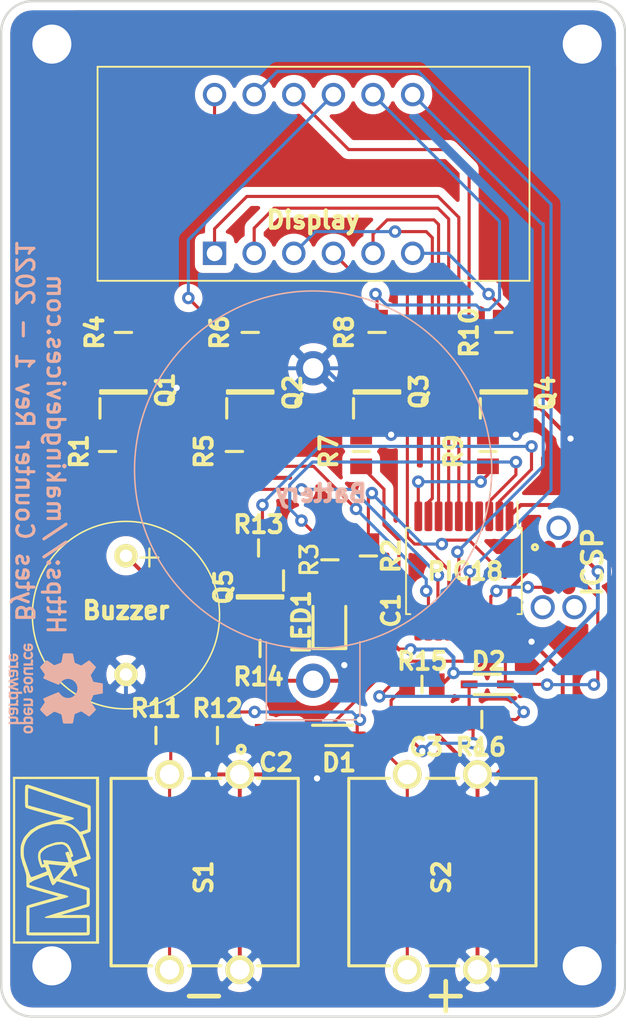
<source format=kicad_pcb>
(kicad_pcb (version 20171130) (host pcbnew "(5.1.10)-1")
  (layers (0 F.Cu signal hide) (31 B.Cu signal hide) (34 B.Paste user) (35 F.Paste user) (36 B.SilkS user) (37 F.SilkS user) (38 B.Mask user) (39 F.Mask user) (44 Edge.Cuts user))
  (net 0 "")
  (net 1 gnd)
  (net 2 +3V)
  (net 3 /B_2)
  (net 4 /B_1)
  (net 5 "Net-(IC1-Pad17)")
  (net 6 /D_a)
  (net 7 /D_b)
  (net 8 /D_c)
  (net 9 /C_1)
  (net 10 /C_2)
  (net 11 /C_3)
  (net 12 /C_4)
  (net 13 /D_dp)
  (net 14 /D_g)
  (net 15 /D_d)
  (net 16 /D_e)
  (net 17 /D_f)
  (net 18 "Net-(IC1-Pad3)")
  (net 19 /C_Buzzer)
  (net 20 "Net-(LED1-Pad2)")
  (net 21 "Net-(LS1-Pad1)")
  (net 22 "Net-(Q1-Pad3)")
  (net 23 "Net-(Q1-Pad1)")
  (net 24 "Net-(Q2-Pad3)")
  (net 25 "Net-(Q2-Pad1)")
  (net 26 "Net-(Q3-Pad3)")
  (net 27 "Net-(Q3-Pad1)")
  (net 28 "Net-(Q4-Pad3)")
  (net 29 "Net-(Q4-Pad1)")
  (net 30 "Net-(Q5-Pad3)")
  (net 31 "Net-(Q5-Pad1)")
  (net 32 /CC_1)
  (net 33 /CC_2)
  (net 34 /CC_3)
  (net 35 /CC_4)
  (net 36 "Net-(R11-Pad1)")
  (net 37 "Net-(R15-Pad1)")
  (net 38 /MCLR)
  (net 39 "Net-(J1-Pad6)")
  (net 40 "Net-(C2-Pad1)")
  (net 41 "Net-(C3-Pad1)")
  (module Display_7Segment:CA56-12EWA (layer F.Cu) (at 114.43 42.39 90)
    (fp_text reference U1 hide)
    (fp_text value CC56-12EWA)
    (pad 12 thru_hole circle (at 10.16 0 90) (size 1.5 1.5) (drill 1) (layers *.Cu *.Mask) (net 32 /CC_1))
    (pad 11 thru_hole circle (at 10.16 2.54 90) (size 1.5 1.5) (drill 1) (layers *.Cu *.Mask) (net 6 /D_a))
    (pad 10 thru_hole circle (at 10.16 5.08 90) (size 1.5 1.5) (drill 1) (layers *.Cu *.Mask) (net 17 /D_f))
    (pad 9 thru_hole circle (at 10.16 7.62 90) (size 1.5 1.5) (drill 1) (layers *.Cu *.Mask) (net 33 /CC_2))
    (pad 8 thru_hole circle (at 10.16 10.16 90) (size 1.5 1.5) (drill 1) (layers *.Cu *.Mask) (net 34 /CC_3))
    (pad 7 thru_hole circle (at 10.16 12.7 90) (size 1.5 1.5) (drill 1) (layers *.Cu *.Mask) (net 7 /D_b))
    (pad 6 thru_hole circle (at 0 12.7 90) (size 1.5 1.5) (drill 1) (layers *.Cu *.Mask) (net 35 /CC_4))
    (pad 5 thru_hole circle (at 0 10.16 90) (size 1.5 1.5) (drill 1) (layers *.Cu *.Mask) (net 14 /D_g))
    (pad 4 thru_hole circle (at 0 7.62 90) (size 1.5 1.5) (drill 1) (layers *.Cu *.Mask) (net 8 /D_c))
    (pad 3 thru_hole circle (at 0 5.08 90) (size 1.5 1.5) (drill 1) (layers *.Cu *.Mask) (net 13 /D_dp))
    (pad 2 thru_hole circle (at 0 2.54 90) (size 1.5 1.5) (drill 1) (layers *.Cu *.Mask) (net 15 /D_d))
    (pad 1 thru_hole rect (at 0 0 90) (size 1.5 1.5) (drill 1) (layers *.Cu *.Mask) (net 16 /D_e))
  )
  (module Library_Loader:LEDC2012X90N (layer F.Cu) (at 121.792 65.942 90)
    (fp_text reference LED1 (at -0.058 -1.792 270) (layer F.SilkS) (effects (font (size 1.1 1.1) (thickness 0.254))))
    (fp_text value LTST-C171GKT hide)
    (pad 2 smd rect (at 0.95 0 90) (size 0.9 1.4) (layers F.Cu F.Paste F.Mask) (net 20 "Net-(LED1-Pad2)"))
    (pad 1 smd rect (at -0.95 0 90) (size 0.9 1.4) (layers F.Cu F.Paste F.Mask) (net 1 gnd))
  )
  (module Library_Loader:TC2030-MCP-NL (layer F.Cu) (at 136.484 62.5 270)
    (fp_text reference J1 hide)
    (fp_text value ICSP (at -0.343 -2.183 90) (layer F.SilkS) (effects (font (size 1.27 1.27) (thickness 0.254))))
    (pad 9 thru_hole circle (at 2.54 1.016 270) (size 1.55 1.55) (drill 1.0668) (layers *.Cu *.Mask))
    (pad 8 thru_hole circle (at 2.54 -1.016 270) (size 1.55 1.55) (drill 1.0668) (layers *.Cu *.Mask))
    (pad 7 thru_hole circle (at -2.54 0 270) (size 1.55 1.55) (drill 1.0668) (layers *.Cu *.Mask))
    (pad 6 smd circle (at 1.27 -0.635) (size 0.889 0.889) (layers F.Cu F.Paste F.Mask) (net 39 "Net-(J1-Pad6)"))
    (pad 5 smd circle (at 1.27 0.635) (size 0.889 0.889) (layers F.Cu F.Paste F.Mask) (net 3 /B_2))
    (pad 4 smd circle (at 0 -0.635) (size 0.889 0.889) (layers F.Cu F.Paste F.Mask) (net 4 /B_1))
    (pad 3 smd circle (at 0 0.635) (size 0.889 0.889) (layers F.Cu F.Paste F.Mask) (net 1 gnd))
    (pad 2 smd circle (at -1.27 -0.635) (size 0.889 0.889) (layers F.Cu F.Paste F.Mask) (net 2 +3V))
    (pad 1 smd circle (at -1.27 0.635) (size 0.889 0.889) (layers F.Cu F.Paste F.Mask) (net 38 /MCLR))
  )
  (module Package_SO:SSOP-20_5.3x7.2mm_P0.65mm (layer F.Cu) (at 130.416 62.726 270)
    (fp_text reference IC1 hide)
    (fp_text value PIC18LF14K50-I_SO)
    (pad 20 smd roundrect (at 3.5 -2.925 270) (size 1.9 0.5) (layers F.Cu F.Paste F.Mask) (net 1 gnd))
    (pad 19 smd roundrect (at 3.5 -2.275 270) (size 1.9 0.5) (layers F.Cu F.Paste F.Mask) (net 4 /B_1))
    (pad 18 smd roundrect (at 3.5 -1.625 270) (size 1.9 0.5) (layers F.Cu F.Paste F.Mask) (net 3 /B_2))
    (pad 17 smd roundrect (at 3.5 -0.975 270) (size 1.9 0.5) (layers F.Cu F.Paste F.Mask) (net 5 "Net-(IC1-Pad17)"))
    (pad 16 smd roundrect (at 3.5 -0.325 270) (size 1.9 0.5) (layers F.Cu F.Paste F.Mask) (net 6 /D_a))
    (pad 15 smd roundrect (at 3.5 0.325 270) (size 1.9 0.5) (layers F.Cu F.Paste F.Mask) (net 7 /D_b))
    (pad 14 smd roundrect (at 3.5 0.975 270) (size 1.9 0.5) (layers F.Cu F.Paste F.Mask) (net 8 /D_c))
    (pad 13 smd roundrect (at 3.5 1.625 270) (size 1.9 0.5) (layers F.Cu F.Paste F.Mask) (net 9 /C_1))
    (pad 12 smd roundrect (at 3.5 2.275 270) (size 1.9 0.5) (layers F.Cu F.Paste F.Mask) (net 10 /C_2))
    (pad 11 smd roundrect (at 3.5 2.925 270) (size 1.9 0.5) (layers F.Cu F.Paste F.Mask) (net 11 /C_3))
    (pad 10 smd roundrect (at -3.5 2.925 270) (size 1.9 0.5) (layers F.Cu F.Paste F.Mask) (net 12 /C_4))
    (pad 9 smd roundrect (at -3.5 2.275 270) (size 1.9 0.5) (layers F.Cu F.Paste F.Mask) (net 13 /D_dp))
    (pad 8 smd roundrect (at -3.5 1.625 270) (size 1.9 0.5) (layers F.Cu F.Paste F.Mask) (net 14 /D_g))
    (pad 7 smd roundrect (at -3.5 0.975 270) (size 1.9 0.5) (layers F.Cu F.Paste F.Mask) (net 15 /D_d))
    (pad 6 smd roundrect (at -3.5 0.325 270) (size 1.9 0.5) (layers F.Cu F.Paste F.Mask) (net 16 /D_e))
    (pad 5 smd roundrect (at -3.5 -0.325 270) (size 1.9 0.5) (layers F.Cu F.Paste F.Mask) (net 17 /D_f))
    (pad 4 smd roundrect (at -3.5 -0.975 270) (size 1.9 0.5) (layers F.Cu F.Paste F.Mask) (net 38 /MCLR))
    (pad 3 smd roundrect (at -3.5 -1.625 270) (size 1.9 0.5) (layers F.Cu F.Paste F.Mask) (net 18 "Net-(IC1-Pad3)"))
    (pad 2 smd roundrect (at -3.5 -2.275 270) (size 1.9 0.5) (layers F.Cu F.Paste F.Mask) (net 19 /C_Buzzer))
    (pad 1 smd roundrect (at -3.5 -2.925 270) (size 1.9 0.5) (layers F.Cu F.Paste F.Mask) (net 2 +3V))
  )
  (module Library_Loader:SOD2513X120N (layer F.Cu) (at 131.912 69.982 180)
    (fp_text reference D2 (at -0.088 1.482) (layer F.SilkS) (effects (font (size 1.1 1.1) (thickness 0.254))))
    (fp_text value ZLLS410TA hide)
    (pad 2 smd rect (at 1.162 0 270) (size 0.5 1.075) (layers F.Cu F.Paste F.Mask) (net 41 "Net-(C3-Pad1)"))
    (pad 1 smd rect (at -1.162 0 270) (size 0.5 1.075) (layers F.Cu F.Paste F.Mask) (net 4 /B_1))
  )
  (module Library_Loader:SOD2513X120N (layer F.Cu) (at 122.412 73.25)
    (fp_text reference D1 (at 0 1.75) (layer F.SilkS) (effects (font (size 1.1 1.1) (thickness 0.254))))
    (fp_text value ZLLS410TA hide)
    (pad 2 smd rect (at 1.162 0 90) (size 0.5 1.075) (layers F.Cu F.Paste F.Mask) (net 40 "Net-(C2-Pad1)"))
    (pad 1 smd rect (at -1.162 0 90) (size 0.5 1.075) (layers F.Cu F.Paste F.Mask) (net 3 /B_2))
  )
  (module Symbol:OSHW-Logo_5.7x6mm_SilkScreen (layer B.Cu) (at 104.25 70.25 90)
    (fp_text reference REF** hide)
    (fp_text value OSHW-Logo_5.7x6mm_SilkScreen hide)
  )
  (module MDV:logo_MDV_3 (layer F.Cu) (at 104.25 81.25 90)
    (fp_text reference G*** hide)
    (fp_text value LOGO hide)
  )
  (module SamacSys_Parts:B3F-4000 (layer F.Cu) (at 113.796 81.998 90)
    (fp_text reference S1 (at -0.33 -0.055 90) (layer F.SilkS) (effects (font (size 1.1 1.1) (thickness 0.254))))
    (fp_text value B3F-4050-SamacSys_Parts hide)
    (pad 4 thru_hole circle (at -6.25 -2.25 180) (size 1.85 1.85) (drill 1.25) (layers *.Cu *.Mask F.SilkS) (net 36 "Net-(R11-Pad1)"))
    (pad 3 thru_hole circle (at 6.25 -2.25 180) (size 1.85 1.85) (drill 1.25) (layers *.Cu *.Mask F.SilkS) (net 36 "Net-(R11-Pad1)"))
    (pad 2 thru_hole circle (at -6.25 2.25 180) (size 1.85 1.85) (drill 1.25) (layers *.Cu *.Mask F.SilkS) (net 1 gnd))
    (pad 1 thru_hole circle (at 6.25 2.25 180) (size 1.85 1.85) (drill 1.25) (layers *.Cu *.Mask F.SilkS) (net 1 gnd))
  )
  (module SamacSys_Parts:B3F-4000 (layer F.Cu) (at 129.036 81.998 90)
    (fp_text reference S2 (at -0.33 -0.055 90) (layer F.SilkS) (effects (font (size 1.1 1.1) (thickness 0.254))))
    (fp_text value B3F-4050-SamacSys_Parts hide)
    (pad 4 thru_hole circle (at -6.25 -2.25 180) (size 1.85 1.85) (drill 1.25) (layers *.Cu *.Mask F.SilkS) (net 37 "Net-(R15-Pad1)"))
    (pad 3 thru_hole circle (at 6.25 -2.25 180) (size 1.85 1.85) (drill 1.25) (layers *.Cu *.Mask F.SilkS) (net 37 "Net-(R15-Pad1)"))
    (pad 2 thru_hole circle (at -6.25 2.25 180) (size 1.85 1.85) (drill 1.25) (layers *.Cu *.Mask F.SilkS) (net 1 gnd))
    (pad 1 thru_hole circle (at 6.25 2.25 180) (size 1.85 1.85) (drill 1.25) (layers *.Cu *.Mask F.SilkS) (net 1 gnd))
  )
  (module SamacSys_Parts_2:CH0752032 (layer B.Cu) (at 120.75 69.75)
    (fp_text reference U2 hide)
    (fp_text value CH075-2032 hide)
    (pad 2 thru_hole circle (at 0 -20) (size 2.2 2.2) (drill 1.3) (layers *.Cu *.Mask) (net 1 gnd))
    (pad 1 thru_hole circle (at 0 0) (size 2.2 2.2) (drill 1.3) (layers *.Cu *.Mask) (net 2 +3V))
  )
  (module SamacSys_Parts:RESC2012X65N (layer F.Cu) (at 131.565666 72.232 180)
    (fp_text reference R16 (at 0.065666 -1.768) (layer F.SilkS) (effects (font (size 1.1 1.1) (thickness 0.254))))
    (fp_text value 10k hide)
    (pad 2 smd rect (at 0.95 0 180) (size 1 1.4) (layers F.Cu F.Paste F.Mask) (net 41 "Net-(C3-Pad1)"))
    (pad 1 smd rect (at -0.95 0 180) (size 1 1.4) (layers F.Cu F.Paste F.Mask) (net 37 "Net-(R15-Pad1)"))
  )
  (module SamacSys_Parts:RESC2012X65N (layer F.Cu) (at 127.726332 69.982)
    (fp_text reference R15 (at 0.023668 -1.482 180) (layer F.SilkS) (effects (font (size 1.1 1.1) (thickness 0.254))))
    (fp_text value 10k hide)
    (pad 2 smd rect (at 0.95 0) (size 1 1.4) (layers F.Cu F.Paste F.Mask) (net 2 +3V))
    (pad 1 smd rect (at -0.95 0) (size 1 1.4) (layers F.Cu F.Paste F.Mask) (net 37 "Net-(R15-Pad1)"))
  )
  (module SamacSys_Parts:RESC2012X65N (layer F.Cu) (at 117.346 67.686)
    (fp_text reference R14 (at -0.096 1.814 180) (layer F.SilkS) (effects (font (size 1.1 1.1) (thickness 0.254))))
    (fp_text value 220 hide)
    (pad 2 smd rect (at 0.95 0) (size 1 1.4) (layers F.Cu F.Paste F.Mask) (net 30 "Net-(Q5-Pad3)"))
    (pad 1 smd rect (at -0.95 0) (size 1 1.4) (layers F.Cu F.Paste F.Mask) (net 2 +3V))
  )
  (module SamacSys_Parts:RESC2012X65N (layer F.Cu) (at 117.25 61.25)
    (fp_text reference R13 (at 0 -1.5) (layer F.SilkS) (effects (font (size 1.1 1.1) (thickness 0.254))))
    (fp_text value 4k7 hide)
    (pad 2 smd rect (at 0.95 0) (size 1 1.4) (layers F.Cu F.Paste F.Mask) (net 31 "Net-(Q5-Pad1)"))
    (pad 1 smd rect (at -0.95 0) (size 1 1.4) (layers F.Cu F.Paste F.Mask) (net 19 /C_Buzzer))
  )
  (module SamacSys_Parts:RESC2012X65N (layer F.Cu) (at 114.617 73.25)
    (fp_text reference R12 (at 0 -1.732) (layer F.SilkS) (effects (font (size 1.1 1.1) (thickness 0.254))))
    (fp_text value 10k hide)
    (pad 2 smd rect (at 0.95 0) (size 1 1.4) (layers F.Cu F.Paste F.Mask) (net 40 "Net-(C2-Pad1)"))
    (pad 1 smd rect (at -0.95 0) (size 1 1.4) (layers F.Cu F.Paste F.Mask) (net 36 "Net-(R11-Pad1)"))
  )
  (module SamacSys_Parts:RESC2012X65N (layer F.Cu) (at 110.672 73.25 180)
    (fp_text reference R11 (at 0 1.732 180) (layer F.SilkS) (effects (font (size 1.1 1.1) (thickness 0.254))))
    (fp_text value 10k hide)
    (pad 2 smd rect (at 0.95 0 180) (size 1 1.4) (layers F.Cu F.Paste F.Mask) (net 2 +3V))
    (pad 1 smd rect (at -0.95 0 180) (size 1 1.4) (layers F.Cu F.Paste F.Mask) (net 36 "Net-(R11-Pad1)"))
  )
  (module SamacSys_Parts:RESC2012X65N (layer F.Cu) (at 132.972 47.454 90)
    (fp_text reference R10 (at 0 -2.222 270) (layer F.SilkS) (effects (font (size 1.1 1.1) (thickness 0.254))))
    (fp_text value 100 hide)
    (pad 2 smd rect (at 0.95 0 90) (size 1 1.4) (layers F.Cu F.Paste F.Mask) (net 35 /CC_4))
    (pad 1 smd rect (at -0.95 0 90) (size 1 1.4) (layers F.Cu F.Paste F.Mask) (net 28 "Net-(Q4-Pad3)"))
  )
  (module SamacSys_Parts:RESC2012X65N (layer F.Cu) (at 131.956 55.074 90)
    (fp_text reference R9 (at 0 -2.206 90) (layer F.SilkS) (effects (font (size 1.1 1.1) (thickness 0.254))))
    (fp_text value 4k7 hide)
    (pad 2 smd rect (at 0.95 0 90) (size 1 1.4) (layers F.Cu F.Paste F.Mask) (net 29 "Net-(Q4-Pad1)"))
    (pad 1 smd rect (at -0.95 0 90) (size 1 1.4) (layers F.Cu F.Paste F.Mask) (net 12 /C_4))
  )
  (module SamacSys_Parts:RESC2012X65N (layer F.Cu) (at 124.844 47.454 90)
    (fp_text reference R8 (at 0 -2.094 90) (layer F.SilkS) (effects (font (size 1.1 1.1) (thickness 0.254))))
    (fp_text value 100 hide)
    (pad 2 smd rect (at 0.95 0 90) (size 1 1.4) (layers F.Cu F.Paste F.Mask) (net 34 /CC_3))
    (pad 1 smd rect (at -0.95 0 90) (size 1 1.4) (layers F.Cu F.Paste F.Mask) (net 26 "Net-(Q3-Pad3)"))
  )
  (module SamacSys_Parts:RESC2012X65N (layer F.Cu) (at 123.828 55.074 90)
    (fp_text reference R7 (at 0 -2.078 90) (layer F.SilkS) (effects (font (size 1.1 1.1) (thickness 0.254))))
    (fp_text value 4k7 hide)
    (pad 2 smd rect (at 0.95 0 90) (size 1 1.4) (layers F.Cu F.Paste F.Mask) (net 27 "Net-(Q3-Pad1)"))
    (pad 1 smd rect (at -0.95 0 90) (size 1 1.4) (layers F.Cu F.Paste F.Mask) (net 11 /C_3))
  )
  (module SamacSys_Parts:RESC2012X65N (layer F.Cu) (at 116.716 47.454 90)
    (fp_text reference R6 (at 0 -1.966 90) (layer F.SilkS) (effects (font (size 1.1 1.1) (thickness 0.254))))
    (fp_text value 100 hide)
    (pad 2 smd rect (at 0.95 0 90) (size 1 1.4) (layers F.Cu F.Paste F.Mask) (net 33 /CC_2))
    (pad 1 smd rect (at -0.95 0 90) (size 1 1.4) (layers F.Cu F.Paste F.Mask) (net 24 "Net-(Q2-Pad3)"))
  )
  (module SamacSys_Parts:RESC2012X65N (layer F.Cu) (at 115.7 55.074 90)
    (fp_text reference R5 (at 0 -1.95 90) (layer F.SilkS) (effects (font (size 1.1 1.1) (thickness 0.254))))
    (fp_text value 4k7 hide)
    (pad 2 smd rect (at 0.95 0 90) (size 1 1.4) (layers F.Cu F.Paste F.Mask) (net 25 "Net-(Q2-Pad1)"))
    (pad 1 smd rect (at -0.95 0 90) (size 1 1.4) (layers F.Cu F.Paste F.Mask) (net 10 /C_2))
  )
  (module SamacSys_Parts:RESC2012X65N (layer F.Cu) (at 108.588 47.454 90)
    (fp_text reference R4 (at 0 -1.838 90) (layer F.SilkS) (effects (font (size 1.1 1.1) (thickness 0.254))))
    (fp_text value 100 hide)
    (pad 2 smd rect (at 0.95 0 90) (size 1 1.4) (layers F.Cu F.Paste F.Mask) (net 32 /CC_1))
    (pad 1 smd rect (at -0.95 0 90) (size 1 1.4) (layers F.Cu F.Paste F.Mask) (net 22 "Net-(Q1-Pad3)"))
  )
  (module SamacSys_Parts:RESC2012X65N (layer F.Cu) (at 121.826 62.009 270)
    (fp_text reference R3 (at 0 1.326 90) (layer F.SilkS) (effects (font (size 1.1 1.1) (thickness 0.2))))
    (fp_text value 220 hide)
    (pad 2 smd rect (at 0.95 0 270) (size 1 1.4) (layers F.Cu F.Paste F.Mask) (net 20 "Net-(LED1-Pad2)"))
    (pad 1 smd rect (at -0.95 0 270) (size 1 1.4) (layers F.Cu F.Paste F.Mask) (net 18 "Net-(IC1-Pad3)"))
  )
  (module SamacSys_Parts:RESC2012X65N (layer F.Cu) (at 124.29 61.764 90)
    (fp_text reference R2 (at 0 1.46 270) (layer F.SilkS) (effects (font (size 1.1 1.1) (thickness 0.254))))
    (fp_text value 10k hide)
    (pad 2 smd rect (at 0.95 0 90) (size 1 1.4) (layers F.Cu F.Paste F.Mask) (net 38 /MCLR))
    (pad 1 smd rect (at -0.95 0 90) (size 1 1.4) (layers F.Cu F.Paste F.Mask) (net 2 +3V))
  )
  (module SamacSys_Parts:RESC2012X65N (layer F.Cu) (at 107.572 55.074 90)
    (fp_text reference R1 (at 0 -1.822 270) (layer F.SilkS) (effects (font (size 1.1 1.1) (thickness 0.254))))
    (fp_text value 4k7 hide)
    (pad 2 smd rect (at 0.95 0 90) (size 1 1.4) (layers F.Cu F.Paste F.Mask) (net 23 "Net-(Q1-Pad1)"))
    (pad 1 smd rect (at -0.95 0 90) (size 1 1.4) (layers F.Cu F.Paste F.Mask) (net 9 /C_1))
  )
  (module SamacSys_Parts:SOT96P237X111-3N (layer F.Cu) (at 117.346 64.384 270)
    (fp_text reference Q5 (at -0.634 2.346 270) (layer F.SilkS) (effects (font (size 1.1 1.1) (thickness 0.254))))
    (fp_text value SMMBT5551LT1G hide)
    (pad 3 smd rect (at 1.05 0) (size 0.6 1.25) (layers F.Cu F.Paste F.Mask) (net 30 "Net-(Q5-Pad3)"))
    (pad 2 smd rect (at -1.05 0.955) (size 0.6 1.25) (layers F.Cu F.Paste F.Mask) (net 21 "Net-(LS1-Pad1)"))
    (pad 1 smd rect (at -1.05 -0.955) (size 0.6 1.25) (layers F.Cu F.Paste F.Mask) (net 31 "Net-(Q5-Pad1)"))
  )
  (module SamacSys_Parts:SOT96P237X111-3N (layer F.Cu) (at 132.972 51.264 90)
    (fp_text reference Q4 (at -0.0762 2.6924 90) (layer F.SilkS) (effects (font (size 1.1 1.1) (thickness 0.254))))
    (fp_text value SMMBT5551LT1G hide)
    (pad 3 smd rect (at 1.05 0 180) (size 0.6 1.25) (layers F.Cu F.Paste F.Mask) (net 28 "Net-(Q4-Pad3)"))
    (pad 2 smd rect (at -1.05 0.955 180) (size 0.6 1.25) (layers F.Cu F.Paste F.Mask) (net 1 gnd))
    (pad 1 smd rect (at -1.05 -0.955 180) (size 0.6 1.25) (layers F.Cu F.Paste F.Mask) (net 29 "Net-(Q4-Pad1)"))
  )
  (module SamacSys_Parts:SOT96P237X111-3N (layer F.Cu) (at 124.844 51.264 90)
    (fp_text reference Q3 (at 0.0254 2.6924 270) (layer F.SilkS) (effects (font (size 1.1 1.1) (thickness 0.254))))
    (fp_text value SMMBT5551LT1G hide)
    (pad 3 smd rect (at 1.05 0 180) (size 0.6 1.25) (layers F.Cu F.Paste F.Mask) (net 26 "Net-(Q3-Pad3)"))
    (pad 2 smd rect (at -1.05 0.955 180) (size 0.6 1.25) (layers F.Cu F.Paste F.Mask) (net 1 gnd))
    (pad 1 smd rect (at -1.05 -0.955 180) (size 0.6 1.25) (layers F.Cu F.Paste F.Mask) (net 27 "Net-(Q3-Pad1)"))
  )
  (module SamacSys_Parts:SOT96P237X111-3N (layer F.Cu) (at 116.716 51.264 90)
    (fp_text reference Q2 (at -0.0422 2.7178 270) (layer F.SilkS) (effects (font (size 1.1 1.1) (thickness 0.254))))
    (fp_text value SMMBT5551LT1G hide)
    (pad 3 smd rect (at 1.05 0 180) (size 0.6 1.25) (layers F.Cu F.Paste F.Mask) (net 24 "Net-(Q2-Pad3)"))
    (pad 2 smd rect (at -1.05 0.955 180) (size 0.6 1.25) (layers F.Cu F.Paste F.Mask) (net 1 gnd))
    (pad 1 smd rect (at -1.05 -0.955 180) (size 0.6 1.25) (layers F.Cu F.Paste F.Mask) (net 25 "Net-(Q2-Pad1)"))
  )
  (module SamacSys_Parts:SOT96P237X111-3N (layer F.Cu) (at 108.588 51.264 90)
    (fp_text reference Q1 (at 0.1184 2.6822 270) (layer F.SilkS) (effects (font (size 1.1 1.1) (thickness 0.254))))
    (fp_text value SMMBT5551LT1G hide)
    (pad 3 smd rect (at 1.05 0 180) (size 0.6 1.25) (layers F.Cu F.Paste F.Mask) (net 22 "Net-(Q1-Pad3)"))
    (pad 2 smd rect (at -1.05 0.955 180) (size 0.6 1.25) (layers F.Cu F.Paste F.Mask) (net 1 gnd))
    (pad 1 smd rect (at -1.05 -0.955 180) (size 0.6 1.25) (layers F.Cu F.Paste F.Mask) (net 23 "Net-(Q1-Pad1)"))
  )
  (module SamacSys_Parts:TMB12A05 (layer F.Cu) (at 108.75 61.75 180)
    (fp_text reference LS1 hide)
    (fp_text value TMB12A05 hide)
    (pad 2 thru_hole circle (at 0 -7.6 270) (size 1.5 1.5) (drill 0.8) (layers *.Cu *.Mask F.SilkS) (net 1 gnd))
    (pad 1 thru_hole circle (at 0 0 270) (size 1.5 1.5) (drill 0.8) (layers *.Cu *.Mask F.SilkS) (net 21 "Net-(LS1-Pad1)"))
  )
  (module SamacSys_Parts:CAPC2012X145N (layer F.Cu) (at 127.84 72.232)
    (fp_text reference C3 (at 0.16 1.768) (layer F.SilkS) (effects (font (size 1.1 1.1) (thickness 0.254))))
    (fp_text value 100nF hide)
    (pad 2 smd rect (at 0.84 0) (size 1.05 1.47) (layers F.Cu F.Paste F.Mask) (net 1 gnd))
    (pad 1 smd rect (at -0.84 0) (size 1.05 1.47) (layers F.Cu F.Paste F.Mask) (net 41 "Net-(C3-Pad1)"))
  )
  (module SamacSys_Parts:CAPC2012X145N (layer F.Cu) (at 118.377 73.25)
    (fp_text reference C2 (at 0 1.732) (layer F.SilkS) (effects (font (size 1.1 1.1) (thickness 0.254))))
    (fp_text value 100nF hide)
    (pad 2 smd rect (at 0.84 0) (size 1.05 1.47) (layers F.Cu F.Paste F.Mask) (net 1 gnd))
    (pad 1 smd rect (at -0.84 0) (size 1.05 1.47) (layers F.Cu F.Paste F.Mask) (net 40 "Net-(C2-Pad1)"))
  )
  (module SamacSys_Parts:CAPC2012X145N (layer F.Cu) (at 124.29 65.254 270)
    (fp_text reference C1 (at 0 -1.46 270) (layer F.SilkS) (effects (font (size 1.1 1.1) (thickness 0.254))))
    (fp_text value 100nF hide)
    (pad 2 smd rect (at 0.84 0 270) (size 1.05 1.47) (layers F.Cu F.Paste F.Mask) (net 1 gnd))
    (pad 1 smd rect (at -0.84 0 270) (size 1.05 1.47) (layers F.Cu F.Paste F.Mask) (net 2 +3V))
  )
  (gr_text + (at 110.25 61.75) (layer F.SilkS) (effects (font (size 1.5 1.5))))
  (gr_text "Bytes Counter Rev 1 - 2021" (at 102.25 53.75 -90) (layer B.SilkS) (effects (font (size 1.1 1.1) (thickness 0.2)) (justify mirror)))
  (gr_text Https://makingdevices.com (at 104.25 55.25 270) (layer B.SilkS) (effects (font (size 1.1 1.1) (thickness 0.2)) (justify mirror)))
  (gr_text Battery (at 121.25 57.75) (layer B.SilkS) (effects (font (size 1.1 1.1) (thickness 0.3)) (justify mirror)))
  (gr_text - (at 113.75 89.75) (layer F.SilkS) (effects (font (size 2.5 2.5) (thickness 0.3))))
  (gr_text + (at 129.25 89.75) (layer F.SilkS) (effects (font (size 2.5 2.5) (thickness 0.3))))
  (gr_text Display (at 120.75 40.25) (layer F.SilkS) (effects (font (size 1.1 1.1) (thickness 0.3))))
  (gr_text PIC18 (at 130.5 62.75) (layer F.SilkS) (effects (font (size 1.1 1.1) (thickness 0.25))))
  (gr_text Buzzer (at 108.75 65.25) (layer F.SilkS) (effects (font (size 1.1 1.1) (thickness 0.3))))
  (gr_arc (start 138.75 89.25) (end 138.75 91.25) (angle -90) (layer Edge.Cuts) (width 0.15))
  (gr_arc (start 102.75 89.25) (end 100.75 89.25) (angle -90) (layer Edge.Cuts) (width 0.15))
  (gr_arc (start 102.75 28.25) (end 102.75 26.25) (angle -90) (layer Edge.Cuts) (width 0.15))
  (gr_arc (start 138.75 28.25) (end 140.75 28.25) (angle -90) (layer Edge.Cuts) (width 0.15))
  (gr_line (start 100.75 89.25) (end 100.75 28.25) (layer Edge.Cuts) (width 0.15))
  (gr_line (start 138.75 91.25) (end 102.75 91.25) (layer Edge.Cuts) (width 0.15))
  (gr_line (start 140.75 28.25) (end 140.75 89.25) (layer Edge.Cuts) (width 0.15))
  (gr_line (start 102.75 26.25) (end 138.75 26.25) (layer Edge.Cuts) (width 0.15))
  (via (at 138 29) (size 3.75) (drill 2.5) (layers F.Cu B.Cu) (net 1))
  (via (at 104 29) (size 3.75) (drill 2.5) (layers F.Cu B.Cu) (net 1))
  (via (at 104 88) (size 3.75) (drill 2.5) (layers F.Cu B.Cu) (net 1))
  (via (at 138 88) (size 3.75) (drill 2.5) (layers F.Cu B.Cu) (net 1))
  (segment (start 116.046 88.248) (end 116.046 75.748) (width 0.25) (layer F.Cu) (net 1))
  (segment (start 131.286 88.248) (end 131.286 75.748) (width 0.25) (layer F.Cu) (net 1))
  (segment (start 135.849 62.5) (end 134.75 62.5) (width 0.25) (layer F.Cu) (net 1))
  (segment (start 133.341 63.909) (end 133.341 66.226) (width 0.25) (layer F.Cu) (net 1))
  (segment (start 134.75 62.5) (end 133.341 63.909) (width 0.25) (layer F.Cu) (net 1))
  (segment (start 128.68 73.142) (end 128.68 72.232) (width 0.25) (layer F.Cu) (net 1))
  (segment (start 131.286 75.748) (end 128.68 73.142) (width 0.25) (layer F.Cu) (net 1))
  (segment (start 117.704 75.748) (end 116.046 75.748) (width 0.25) (layer F.Cu) (net 1))
  (segment (start 119.217 74.235) (end 117.704 75.748) (width 0.25) (layer F.Cu) (net 1))
  (segment (start 119.217 73.25) (end 119.217 74.235) (width 0.25) (layer F.Cu) (net 1))
  (segment (start 116.046 75.748) (end 114.002 75.748) (width 0.25) (layer F.Cu) (net 1))
  (via (at 114.002 75.748) (size 0.8) (drill 0.4) (layers F.Cu B.Cu) (net 1))
  (segment (start 114.002 75.748) (end 110.754 72.5) (width 0.25) (layer B.Cu) (net 1))
  (segment (start 110.754 72.5) (end 110 72.5) (width 0.25) (layer B.Cu) (net 1))
  (segment (start 108.75 71.25) (end 108.75 69.35) (width 0.25) (layer B.Cu) (net 1))
  (segment (start 110 72.5) (end 108.75 71.25) (width 0.25) (layer B.Cu) (net 1))
  (segment (start 123.492 66.892) (end 124.29 66.094) (width 0.25) (layer F.Cu) (net 1))
  (segment (start 121.792 66.892) (end 123.492 66.892) (width 0.25) (layer F.Cu) (net 1))
  (segment (start 133.341 66.226) (end 133.726 66.226) (width 0.25) (layer F.Cu) (net 1))
  (via (at 134.75 67.25) (size 0.8) (drill 0.4) (layers F.Cu B.Cu) (net 1))
  (segment (start 133.726 66.226) (end 134.75 67.25) (width 0.25) (layer F.Cu) (net 1))
  (segment (start 134.75 67.25) (end 133.5 66) (width 0.25) (layer B.Cu) (net 1))
  (segment (start 133.5 66) (end 125.5 66) (width 0.25) (layer B.Cu) (net 1))
  (via (at 122.75 68.75) (size 0.8) (drill 0.4) (layers F.Cu B.Cu) (net 1))
  (segment (start 125.5 66) (end 122.75 68.75) (width 0.25) (layer B.Cu) (net 1))
  (segment (start 121.75 66.934) (end 121.792 66.892) (width 0.25) (layer F.Cu) (net 1))
  (segment (start 121.75 67.75) (end 121.75 66.934) (width 0.25) (layer F.Cu) (net 1))
  (segment (start 122.75 68.75) (end 121.75 67.75) (width 0.25) (layer F.Cu) (net 1))
  (segment (start 120.75 49.75) (end 113.25 49.75) (width 0.25) (layer B.Cu) (net 1))
  (via (at 112 51) (size 0.8) (drill 0.4) (layers F.Cu B.Cu) (net 1))
  (segment (start 113.25 49.75) (end 112 51) (width 0.25) (layer B.Cu) (net 1))
  (segment (start 110.686 52.314) (end 109.543 52.314) (width 0.25) (layer F.Cu) (net 1))
  (segment (start 112 51) (end 110.686 52.314) (width 0.25) (layer F.Cu) (net 1))
  (segment (start 118.186 52.314) (end 120.75 49.75) (width 0.25) (layer F.Cu) (net 1))
  (segment (start 117.671 52.314) (end 118.186 52.314) (width 0.25) (layer F.Cu) (net 1))
  (segment (start 125.799 53.951) (end 125.75 54) (width 0.25) (layer F.Cu) (net 1))
  (via (at 125.75 54) (size 0.8) (drill 0.4) (layers F.Cu B.Cu) (net 1))
  (segment (start 125.799 52.314) (end 125.799 53.951) (width 0.25) (layer F.Cu) (net 1))
  (segment (start 121.5 49.75) (end 120.75 49.75) (width 0.25) (layer B.Cu) (net 1))
  (segment (start 125.75 54) (end 121.5 49.75) (width 0.25) (layer B.Cu) (net 1))
  (via (at 133.75 54) (size 0.8) (drill 0.4) (layers F.Cu B.Cu) (net 1))
  (segment (start 133.927 53.823) (end 133.75 54) (width 0.25) (layer F.Cu) (net 1))
  (segment (start 133.927 52.314) (end 133.927 53.823) (width 0.25) (layer F.Cu) (net 1))
  (segment (start 129.5 49.75) (end 120.75 49.75) (width 0.25) (layer B.Cu) (net 1))
  (segment (start 133.75 54) (end 129.5 49.75) (width 0.25) (layer B.Cu) (net 1))
  (segment (start 119.217 73.25) (end 119.217 74.217) (width 0.25) (layer F.Cu) (net 1))
  (via (at 121 76) (size 0.8) (drill 0.4) (layers F.Cu B.Cu) (net 1))
  (segment (start 119.217 74.217) (end 121 76) (width 0.25) (layer F.Cu) (net 1))
  (segment (start 121 76) (end 123.5 78.5) (width 0.25) (layer B.Cu) (net 1))
  (segment (start 128.534 78.5) (end 131.286 75.748) (width 0.25) (layer B.Cu) (net 1))
  (segment (start 123.5 78.5) (end 128.534 78.5) (width 0.25) (layer B.Cu) (net 1))
  (segment (start 134.75 67.25) (end 136.75 69.25) (width 0.25) (layer F.Cu) (net 1))
  (segment (start 136.75 69.25) (end 136.75 71.5) (width 0.25) (layer F.Cu) (net 1))
  (segment (start 132.502 75.748) (end 131.286 75.748) (width 0.25) (layer F.Cu) (net 1))
  (segment (start 136.75 71.5) (end 132.502 75.748) (width 0.25) (layer F.Cu) (net 1))
  (segment (start 139.725001 74.774999) (end 139.725001 56.725001) (width 0.25) (layer B.Cu) (net 1))
  (segment (start 138.752 75.748) (end 139.725001 74.774999) (width 0.25) (layer B.Cu) (net 1))
  (segment (start 131.286 75.748) (end 138.752 75.748) (width 0.25) (layer B.Cu) (net 1))
  (via (at 137.25 54.25) (size 0.8) (drill 0.4) (layers F.Cu B.Cu) (net 1))
  (segment (start 139.725001 56.725001) (end 137.25 54.25) (width 0.25) (layer B.Cu) (net 1))
  (segment (start 135.314 52.314) (end 133.927 52.314) (width 0.25) (layer F.Cu) (net 1))
  (segment (start 137.25 54.25) (end 135.314 52.314) (width 0.25) (layer F.Cu) (net 1))
  (segment (start 134.067 58.5) (end 133.341 59.226) (width 0.25) (layer F.Cu) (net 2))
  (segment (start 137 58.5) (end 134.067 58.5) (width 0.25) (layer F.Cu) (net 2))
  (segment (start 138 59.5) (end 137 58.5) (width 0.25) (layer F.Cu) (net 2))
  (segment (start 138 60.349) (end 138 59.5) (width 0.25) (layer F.Cu) (net 2))
  (segment (start 137.119 61.23) (end 138 60.349) (width 0.25) (layer F.Cu) (net 2))
  (segment (start 124.29 64.414) (end 124.29 62.714) (width 0.25) (layer F.Cu) (net 2))
  (segment (start 116.396 68.896) (end 116.396 67.686) (width 0.25) (layer F.Cu) (net 2))
  (segment (start 117.25 69.75) (end 116.396 68.896) (width 0.25) (layer F.Cu) (net 2))
  (segment (start 120.75 69.75) (end 117.25 69.75) (width 0.25) (layer F.Cu) (net 2))
  (segment (start 109.722 73.25) (end 109.722 72.028) (width 0.25) (layer F.Cu) (net 2))
  (segment (start 114.064 67.686) (end 116.396 67.686) (width 0.25) (layer F.Cu) (net 2))
  (segment (start 109.722 72.028) (end 114.064 67.686) (width 0.25) (layer F.Cu) (net 2))
  (segment (start 123.25 69.75) (end 120.75 69.75) (width 0.25) (layer F.Cu) (net 2))
  (segment (start 125.75 67.25) (end 123.25 69.75) (width 0.25) (layer F.Cu) (net 2))
  (segment (start 125.75 65) (end 125.75 67.25) (width 0.25) (layer F.Cu) (net 2))
  (segment (start 125.164 64.414) (end 125.75 65) (width 0.25) (layer F.Cu) (net 2))
  (segment (start 124.29 64.414) (end 125.164 64.414) (width 0.25) (layer F.Cu) (net 2))
  (via (at 129.75 69.25) (size 0.8) (drill 0.4) (layers F.Cu B.Cu) (net 2))
  (segment (start 129.018 69.982) (end 129.75 69.25) (width 0.25) (layer F.Cu) (net 2))
  (segment (start 128.676332 69.982) (end 129.018 69.982) (width 0.25) (layer F.Cu) (net 2))
  (segment (start 129.75 69.25) (end 129.75 68.25) (width 0.25) (layer B.Cu) (net 2))
  (via (at 127 67.75) (size 0.8) (drill 0.4) (layers F.Cu B.Cu) (net 2))
  (segment (start 129.75 68.25) (end 129.25 67.75) (width 0.25) (layer B.Cu) (net 2))
  (segment (start 125.75 67.25) (end 126.25 67.75) (width 0.25) (layer F.Cu) (net 2))
  (segment (start 126.25 67.75) (end 127 67.75) (width 0.25) (layer F.Cu) (net 2))
  (segment (start 129.25 67.75) (end 127 67.75) (width 0.25) (layer B.Cu) (net 2))
  (segment (start 134.918002 69.25) (end 139 65.168002) (width 0.25) (layer B.Cu) (net 2))
  (segment (start 129.75 69.25) (end 134.918002 69.25) (width 0.25) (layer B.Cu) (net 2))
  (via (at 139 62.75) (size 0.8) (drill 0.4) (layers F.Cu B.Cu) (net 2))
  (segment (start 139 65.168002) (end 139 62.75) (width 0.25) (layer B.Cu) (net 2))
  (segment (start 139 62.75) (end 138 61.75) (width 0.25) (layer F.Cu) (net 2))
  (segment (start 137.639 61.75) (end 137.119 61.23) (width 0.25) (layer F.Cu) (net 2))
  (segment (start 138 61.75) (end 137.639 61.75) (width 0.25) (layer F.Cu) (net 2))
  (segment (start 135.849 63.77) (end 134.52 63.77) (width 0.2) (layer F.Cu) (net 3))
  (via (at 134.512653 63.762653) (size 0.8) (drill 0.4) (layers F.Cu B.Cu) (net 3))
  (segment (start 134.52 63.77) (end 134.512653 63.762653) (width 0.2) (layer F.Cu) (net 3))
  (segment (start 134.512653 63.762653) (end 132.987347 63.762653) (width 0.2) (layer B.Cu) (net 3))
  (segment (start 132.14099 64.35901) (end 132.5 64) (width 0.2) (layer F.Cu) (net 3))
  (segment (start 132.14099 67.227046) (end 132.14099 64.35901) (width 0.2) (layer F.Cu) (net 3))
  (segment (start 132.041 67.127056) (end 132.14099 67.227046) (width 0.2) (layer F.Cu) (net 3))
  (via (at 132.5 64) (size 0.8) (drill 0.4) (layers F.Cu B.Cu) (net 3))
  (segment (start 132.737347 63.762653) (end 132.987347 63.762653) (width 0.2) (layer B.Cu) (net 3))
  (segment (start 132.5 64) (end 132.737347 63.762653) (width 0.2) (layer B.Cu) (net 3))
  (segment (start 132.041 67.176) (end 130.717 68.5) (width 0.2) (layer F.Cu) (net 3))
  (segment (start 132.041 66.226) (end 132.041 67.176) (width 0.2) (layer F.Cu) (net 3))
  (segment (start 126 68.5) (end 121.25 73.25) (width 0.2) (layer F.Cu) (net 3))
  (segment (start 130.717 68.5) (end 126 68.5) (width 0.2) (layer F.Cu) (net 3))
  (segment (start 133.074 67.559) (end 133.074 69.982) (width 0.2) (layer F.Cu) (net 4))
  (segment (start 132.691 67.176) (end 133.074 67.559) (width 0.2) (layer F.Cu) (net 4))
  (segment (start 132.691 66.226) (end 132.691 67.176) (width 0.2) (layer F.Cu) (net 4))
  (segment (start 133.074 69.982) (end 134.518 69.982) (width 0.2) (layer F.Cu) (net 4))
  (via (at 135.75 70) (size 0.8) (drill 0.4) (layers F.Cu B.Cu) (net 4))
  (segment (start 135.732 69.982) (end 135.75 70) (width 0.2) (layer F.Cu) (net 4))
  (segment (start 134.518 69.982) (end 135.732 69.982) (width 0.2) (layer F.Cu) (net 4))
  (segment (start 135.75 70) (end 138.75 70) (width 0.2) (layer B.Cu) (net 4))
  (via (at 138.75 70) (size 0.8) (drill 0.4) (layers F.Cu B.Cu) (net 4))
  (segment (start 139 69.75) (end 138.75 70) (width 0.2) (layer F.Cu) (net 4))
  (segment (start 139 64.381) (end 139 69.75) (width 0.2) (layer F.Cu) (net 4))
  (segment (start 137.119 62.5) (end 139 64.381) (width 0.2) (layer F.Cu) (net 4))
  (via (at 130.791 62.75) (size 0.8) (drill 0.4) (layers F.Cu B.Cu) (net 6))
  (segment (start 130.741 62.8) (end 130.791 62.75) (width 0.2) (layer F.Cu) (net 6))
  (segment (start 130.741 66.226) (end 130.741 62.8) (width 0.2) (layer F.Cu) (net 6))
  (segment (start 136 57.541) (end 133.100011 60.440989) (width 0.2) (layer B.Cu) (net 6))
  (segment (start 136 39.25) (end 136 57.541) (width 0.2) (layer B.Cu) (net 6))
  (segment (start 127.5 30.75) (end 136 39.25) (width 0.2) (layer B.Cu) (net 6))
  (segment (start 133.100011 60.440989) (end 130.791 62.75) (width 0.2) (layer B.Cu) (net 6))
  (segment (start 118.45 30.75) (end 127.5 30.75) (width 0.2) (layer B.Cu) (net 6))
  (segment (start 116.97 32.23) (end 118.45 30.75) (width 0.2) (layer B.Cu) (net 6))
  (via (at 130 61.5) (size 0.8) (drill 0.4) (layers F.Cu B.Cu) (net 7))
  (segment (start 130.091 61.591) (end 130 61.5) (width 0.2) (layer F.Cu) (net 7))
  (segment (start 130.091 66.226) (end 130.091 61.591) (width 0.2) (layer F.Cu) (net 7))
  (segment (start 132.700001 37.800001) (end 127.13 32.23) (width 0.2) (layer B.Cu) (net 7))
  (segment (start 135.4 40.5) (end 132.700001 37.800001) (width 0.2) (layer B.Cu) (net 7))
  (segment (start 135.5 40.5) (end 135.4 40.5) (width 0.2) (layer B.Cu) (net 7))
  (segment (start 135.5 56) (end 135.5 40.5) (width 0.2) (layer B.Cu) (net 7))
  (segment (start 130 61.5) (end 135.5 56) (width 0.2) (layer B.Cu) (net 7))
  (segment (start 129.450001 62.663999) (end 127.786002 61) (width 0.2) (layer F.Cu) (net 8))
  (segment (start 129.450001 66.216999) (end 129.450001 62.663999) (width 0.2) (layer F.Cu) (net 8))
  (segment (start 129.441 66.226) (end 129.450001 66.216999) (width 0.2) (layer F.Cu) (net 8))
  (segment (start 127.786002 61) (end 127.25 61) (width 0.2) (layer F.Cu) (net 8))
  (segment (start 126.790999 60.540999) (end 126.790999 44.790999) (width 0.2) (layer F.Cu) (net 8))
  (segment (start 127.25 61) (end 126.790999 60.540999) (width 0.2) (layer F.Cu) (net 8))
  (segment (start 126.790999 44.790999) (end 125.75 43.75) (width 0.2) (layer F.Cu) (net 8))
  (segment (start 123.41 43.75) (end 122.05 42.39) (width 0.2) (layer F.Cu) (net 8))
  (segment (start 125.75 43.75) (end 123.41 43.75) (width 0.2) (layer F.Cu) (net 8))
  (segment (start 107.572 56.024) (end 109.048 57.5) (width 0.2) (layer F.Cu) (net 9))
  (via (at 120 57.5) (size 0.8) (drill 0.4) (layers F.Cu B.Cu) (net 9))
  (segment (start 109.048 57.5) (end 120 57.5) (width 0.2) (layer F.Cu) (net 9))
  (segment (start 123.286002 57.5) (end 128.75 62.963998) (width 0.2) (layer B.Cu) (net 9))
  (segment (start 120 57.5) (end 123.286002 57.5) (width 0.2) (layer B.Cu) (net 9))
  (via (at 128.75 63) (size 0.8) (drill 0.4) (layers F.Cu B.Cu) (net 9))
  (segment (start 128.75 62.963998) (end 128.75 63) (width 0.2) (layer B.Cu) (net 9))
  (segment (start 128.75 66.185) (end 128.791 66.226) (width 0.2) (layer F.Cu) (net 9))
  (segment (start 128.75 63) (end 128.75 66.185) (width 0.2) (layer F.Cu) (net 9))
  (segment (start 115.7 56.024) (end 120.774 56.024) (width 0.2) (layer F.Cu) (net 10))
  (via (at 123.5 58.75) (size 0.8) (drill 0.4) (layers F.Cu B.Cu) (net 10))
  (segment (start 120.774 56.024) (end 123.5 58.75) (width 0.2) (layer F.Cu) (net 10))
  (segment (start 123.5 58.75) (end 128 63.25) (width 0.2) (layer B.Cu) (net 10))
  (via (at 128 64) (size 0.8) (drill 0.4) (layers F.Cu B.Cu) (net 10))
  (segment (start 128 63.25) (end 128 64) (width 0.2) (layer B.Cu) (net 10))
  (segment (start 128.141 64.141) (end 128.141 66.226) (width 0.2) (layer F.Cu) (net 10))
  (segment (start 128 64) (end 128.141 64.141) (width 0.2) (layer F.Cu) (net 10))
  (segment (start 125.290001 57.486001) (end 125.290001 59.790001) (width 0.2) (layer F.Cu) (net 11))
  (segment (start 123.828 56.024) (end 125.290001 57.486001) (width 0.2) (layer F.Cu) (net 11))
  (segment (start 125.290001 59.790001) (end 126.25 60.75) (width 0.2) (layer F.Cu) (net 11))
  (segment (start 126.25 64.985) (end 127.491 66.226) (width 0.2) (layer F.Cu) (net 11))
  (segment (start 126.25 60.75) (end 126.25 64.985) (width 0.2) (layer F.Cu) (net 11))
  (segment (start 127.491 59.226) (end 127.491 57.009) (width 0.2) (layer F.Cu) (net 12))
  (via (at 127.491 57.009) (size 0.8) (drill 0.4) (layers F.Cu B.Cu) (net 12))
  (segment (start 127.491 57.009) (end 131.491 57.009) (width 0.2) (layer B.Cu) (net 12))
  (via (at 131.491 57.009) (size 0.8) (drill 0.4) (layers F.Cu B.Cu) (net 12))
  (segment (start 131.956 56.544) (end 131.491 57.009) (width 0.2) (layer F.Cu) (net 12))
  (segment (start 131.956 56.024) (end 131.956 56.544) (width 0.2) (layer F.Cu) (net 12))
  (segment (start 128.141 58.324944) (end 128.39099 58.074954) (width 0.2) (layer F.Cu) (net 13))
  (segment (start 128.141 59.226) (end 128.141 58.324944) (width 0.2) (layer F.Cu) (net 13))
  (segment (start 128.39099 58.074954) (end 128.39099 41.39099) (width 0.2) (layer F.Cu) (net 13))
  (via (at 126 41) (size 0.8) (drill 0.4) (layers F.Cu B.Cu) (net 13))
  (segment (start 128 41) (end 126 41) (width 0.2) (layer F.Cu) (net 13))
  (segment (start 128.39099 41.39099) (end 128 41) (width 0.2) (layer F.Cu) (net 13))
  (segment (start 120.9 41) (end 119.51 42.39) (width 0.2) (layer B.Cu) (net 13))
  (segment (start 126 41) (end 120.9 41) (width 0.2) (layer B.Cu) (net 13))
  (segment (start 128.791 59.226) (end 128.791 40.541) (width 0.2) (layer F.Cu) (net 14))
  (segment (start 128.791 40.541) (end 128.5 40.25) (width 0.2) (layer F.Cu) (net 14))
  (segment (start 128.5 40.25) (end 125.5 40.25) (width 0.2) (layer F.Cu) (net 14))
  (segment (start 124.59 41.16) (end 124.59 42.39) (width 0.2) (layer F.Cu) (net 14))
  (segment (start 125.5 40.25) (end 124.59 41.16) (width 0.2) (layer F.Cu) (net 14))
  (segment (start 129.441 59.226) (end 129.441 40.191) (width 0.2) (layer F.Cu) (net 15))
  (segment (start 129.441 40.191) (end 128.75 39.5) (width 0.2) (layer F.Cu) (net 15))
  (segment (start 128.75 39.5) (end 118.25 39.5) (width 0.2) (layer F.Cu) (net 15))
  (segment (start 116.97 40.78) (end 116.97 42.39) (width 0.2) (layer F.Cu) (net 15))
  (segment (start 118.25 39.5) (end 116.97 40.78) (width 0.2) (layer F.Cu) (net 15))
  (segment (start 130.091 59.226) (end 130.091 40.091) (width 0.2) (layer F.Cu) (net 16))
  (segment (start 130.091 40.091) (end 128.75 38.75) (width 0.2) (layer F.Cu) (net 16))
  (segment (start 128.75 38.75) (end 116.5 38.75) (width 0.2) (layer F.Cu) (net 16))
  (segment (start 114.43 40.82) (end 114.43 42.39) (width 0.2) (layer F.Cu) (net 16))
  (segment (start 116.5 38.75) (end 114.43 40.82) (width 0.2) (layer F.Cu) (net 16))
  (segment (start 130.741 44.446998) (end 130.75 44.437998) (width 0.2) (layer F.Cu) (net 17))
  (segment (start 130.741 59.226) (end 130.741 44.446998) (width 0.2) (layer F.Cu) (net 17))
  (segment (start 130.75 44.437998) (end 130.75 37) (width 0.2) (layer F.Cu) (net 17))
  (segment (start 130.75 37) (end 129.5 35.75) (width 0.2) (layer F.Cu) (net 17))
  (segment (start 123.03 35.75) (end 119.51 32.23) (width 0.2) (layer F.Cu) (net 17))
  (segment (start 129.5 35.75) (end 123.03 35.75) (width 0.2) (layer F.Cu) (net 17))
  (segment (start 132.041 58.276) (end 133.75 56.567) (width 0.2) (layer F.Cu) (net 18))
  (segment (start 132.041 59.226) (end 132.041 58.276) (width 0.2) (layer F.Cu) (net 18))
  (via (at 133.75 55.75) (size 0.8) (drill 0.4) (layers F.Cu B.Cu) (net 18))
  (segment (start 133.75 56.567) (end 133.75 55.75) (width 0.2) (layer F.Cu) (net 18))
  (segment (start 120.713998 55.75) (end 119.25 57.213998) (width 0.2) (layer B.Cu) (net 18))
  (segment (start 133.75 55.75) (end 120.713998 55.75) (width 0.2) (layer B.Cu) (net 18))
  (via (at 120 59.5) (size 0.8) (drill 0.4) (layers F.Cu B.Cu) (net 18))
  (segment (start 119.25 58.75) (end 120 59.5) (width 0.2) (layer B.Cu) (net 18))
  (segment (start 119.25 57.213998) (end 119.25 58.75) (width 0.2) (layer B.Cu) (net 18))
  (segment (start 121.559 61.059) (end 121.826 61.059) (width 0.2) (layer F.Cu) (net 18))
  (segment (start 120 59.5) (end 121.559 61.059) (width 0.2) (layer F.Cu) (net 18))
  (segment (start 132.691 58.276) (end 134.75 56.217) (width 0.2) (layer F.Cu) (net 19))
  (segment (start 132.691 59.226) (end 132.691 58.276) (width 0.2) (layer F.Cu) (net 19))
  (via (at 134.75 54.75) (size 0.8) (drill 0.4) (layers F.Cu B.Cu) (net 19))
  (segment (start 134.75 56.217) (end 134.75 54.75) (width 0.2) (layer F.Cu) (net 19))
  (segment (start 121.1483 54.75) (end 117.5 58.3983) (width 0.2) (layer B.Cu) (net 19))
  (segment (start 134.75 54.75) (end 121.1483 54.75) (width 0.2) (layer B.Cu) (net 19))
  (via (at 117.5 58.5) (size 0.8) (drill 0.4) (layers F.Cu B.Cu) (net 19))
  (segment (start 117.5 58.3983) (end 117.5 58.5) (width 0.2) (layer B.Cu) (net 19))
  (segment (start 117.5 60.05) (end 116.3 61.25) (width 0.2) (layer F.Cu) (net 19))
  (segment (start 117.5 58.5) (end 117.5 60.05) (width 0.2) (layer F.Cu) (net 19))
  (segment (start 121.826 64.958) (end 121.792 64.992) (width 0.2) (layer F.Cu) (net 20))
  (segment (start 121.826 62.959) (end 121.826 64.958) (width 0.2) (layer F.Cu) (net 20))
  (segment (start 110.334 63.334) (end 108.75 61.75) (width 0.25) (layer F.Cu) (net 21))
  (segment (start 116.391 63.334) (end 110.334 63.334) (width 0.25) (layer F.Cu) (net 21))
  (segment (start 108.588 50.214) (end 108.588 48.404) (width 0.2) (layer F.Cu) (net 22))
  (segment (start 107.633 54.063) (end 107.572 54.124) (width 0.2) (layer F.Cu) (net 23))
  (segment (start 107.633 52.314) (end 107.633 54.063) (width 0.2) (layer F.Cu) (net 23))
  (segment (start 116.716 50.214) (end 116.716 48.404) (width 0.2) (layer F.Cu) (net 24))
  (segment (start 115.761 54.063) (end 115.7 54.124) (width 0.2) (layer F.Cu) (net 25))
  (segment (start 115.761 52.314) (end 115.761 54.063) (width 0.2) (layer F.Cu) (net 25))
  (segment (start 124.844 50.214) (end 124.844 48.404) (width 0.2) (layer F.Cu) (net 26))
  (segment (start 123.828 52.375) (end 123.889 52.314) (width 0.2) (layer F.Cu) (net 27))
  (segment (start 123.828 54.124) (end 123.828 52.375) (width 0.2) (layer F.Cu) (net 27))
  (segment (start 132.972 50.214) (end 132.972 48.404) (width 0.2) (layer F.Cu) (net 28))
  (segment (start 132.017 54.063) (end 131.956 54.124) (width 0.2) (layer F.Cu) (net 29))
  (segment (start 132.017 52.314) (end 132.017 54.063) (width 0.2) (layer F.Cu) (net 29))
  (segment (start 117.346 66.736) (end 118.296 67.686) (width 0.25) (layer F.Cu) (net 30))
  (segment (start 117.346 65.434) (end 117.346 66.736) (width 0.25) (layer F.Cu) (net 30))
  (segment (start 118.301 61.351) (end 118.2 61.25) (width 0.2) (layer F.Cu) (net 31))
  (segment (start 118.301 63.334) (end 118.301 61.351) (width 0.2) (layer F.Cu) (net 31))
  (segment (start 114.43 32.23) (end 114.43 35.82) (width 0.2) (layer F.Cu) (net 32))
  (segment (start 108.588 41.662) (end 108.588 46.504) (width 0.2) (layer F.Cu) (net 32))
  (segment (start 114.43 35.82) (end 108.588 41.662) (width 0.2) (layer F.Cu) (net 32))
  (segment (start 122.05 32.23) (end 118.25 36.03) (width 0.2) (layer B.Cu) (net 33))
  (segment (start 118.25 36.03) (end 112.75 41.53) (width 0.2) (layer B.Cu) (net 33))
  (segment (start 112.75 41.53) (end 112.75 45.25) (width 0.2) (layer B.Cu) (net 33))
  (via (at 112.75 45.25) (size 0.8) (drill 0.4) (layers F.Cu B.Cu) (net 33))
  (segment (start 114.004 46.504) (end 112.75 45.25) (width 0.2) (layer F.Cu) (net 33))
  (segment (start 116.716 46.504) (end 114.004 46.504) (width 0.2) (layer F.Cu) (net 33))
  (via (at 124.75 45) (size 0.8) (drill 0.4) (layers F.Cu B.Cu) (net 34))
  (segment (start 124.844 45.094) (end 124.75 45) (width 0.2) (layer F.Cu) (net 34))
  (segment (start 124.844 46.504) (end 124.844 45.094) (width 0.2) (layer F.Cu) (net 34))
  (segment (start 125.450001 45.700001) (end 131.200001 45.700001) (width 0.2) (layer B.Cu) (net 34))
  (segment (start 124.75 45) (end 125.450001 45.700001) (width 0.2) (layer B.Cu) (net 34))
  (segment (start 131.200001 45.700001) (end 131.5 46) (width 0.2) (layer B.Cu) (net 34))
  (segment (start 132.700001 40.340001) (end 124.59 32.23) (width 0.2) (layer B.Cu) (net 34))
  (segment (start 132.700001 45.336001) (end 132.700001 40.340001) (width 0.2) (layer B.Cu) (net 34))
  (segment (start 132.036002 46) (end 132.700001 45.336001) (width 0.2) (layer B.Cu) (net 34))
  (segment (start 131.5 46) (end 132.036002 46) (width 0.2) (layer B.Cu) (net 34))
  (segment (start 132.972 46.504) (end 132.972 45.972) (width 0.2) (layer F.Cu) (net 35))
  (via (at 132 45) (size 0.8) (drill 0.4) (layers F.Cu B.Cu) (net 35))
  (segment (start 132.972 45.972) (end 132 45) (width 0.2) (layer F.Cu) (net 35))
  (segment (start 129.39 42.39) (end 127.13 42.39) (width 0.2) (layer B.Cu) (net 35))
  (segment (start 132 45) (end 129.39 42.39) (width 0.2) (layer B.Cu) (net 35))
  (segment (start 111.546 88.248) (end 111.546 75.748) (width 0.2) (layer F.Cu) (net 36))
  (segment (start 111.622 75.672) (end 111.546 75.748) (width 0.2) (layer F.Cu) (net 36))
  (segment (start 111.622 73.25) (end 111.622 75.672) (width 0.2) (layer F.Cu) (net 36))
  (segment (start 111.622 73.25) (end 113.667 73.25) (width 0.2) (layer F.Cu) (net 36))
  (segment (start 126.786 75.748) (end 126.786 88.248) (width 0.2) (layer F.Cu) (net 37))
  (segment (start 126.776332 69.982) (end 125.75 71.008332) (width 0.2) (layer F.Cu) (net 37))
  (segment (start 125.75 74.712) (end 126.786 75.748) (width 0.2) (layer F.Cu) (net 37))
  (segment (start 125.75 71.008332) (end 125.75 74.712) (width 0.2) (layer F.Cu) (net 37))
  (segment (start 132.515666 72.232) (end 133.768 72.232) (width 0.2) (layer F.Cu) (net 37))
  (via (at 134.25 71.75) (size 0.8) (drill 0.4) (layers F.Cu B.Cu) (net 37))
  (segment (start 133.768 72.232) (end 134.25 71.75) (width 0.2) (layer F.Cu) (net 37))
  (segment (start 134.25 71.75) (end 133.25 70.75) (width 0.2) (layer B.Cu) (net 37))
  (via (at 125 70.75) (size 0.8) (drill 0.4) (layers F.Cu B.Cu) (net 37))
  (segment (start 133.25 70.75) (end 125 70.75) (width 0.2) (layer B.Cu) (net 37))
  (segment (start 125.768 69.982) (end 126.776332 69.982) (width 0.2) (layer F.Cu) (net 37))
  (segment (start 125 70.75) (end 125.768 69.982) (width 0.2) (layer F.Cu) (net 37))
  (segment (start 131.391 60.127056) (end 130.768056 60.75) (width 0.2) (layer F.Cu) (net 38))
  (segment (start 131.391 59.226) (end 131.391 60.127056) (width 0.2) (layer F.Cu) (net 38))
  (segment (start 129.25 60.75) (end 129 61) (width 0.2) (layer F.Cu) (net 38))
  (via (at 129 61) (size 0.8) (drill 0.4) (layers F.Cu B.Cu) (net 38))
  (segment (start 129 61) (end 127.75 61) (width 0.2) (layer B.Cu) (net 38))
  (segment (start 127.75 61) (end 126 59.25) (width 0.2) (layer B.Cu) (net 38))
  (segment (start 126 59.25) (end 126.012976 59.237024) (width 0.2) (layer B.Cu) (net 38))
  (segment (start 126 59.25) (end 124.5 57.75) (width 0.2) (layer B.Cu) (net 38))
  (via (at 124.512976 57.737024) (size 0.8) (drill 0.4) (layers F.Cu B.Cu) (net 38))
  (segment (start 124.5 57.75) (end 124.512976 57.737024) (width 0.2) (layer B.Cu) (net 38))
  (segment (start 124.29 57.96) (end 124.512976 57.737024) (width 0.2) (layer F.Cu) (net 38))
  (segment (start 124.29 60.814) (end 124.29 57.96) (width 0.2) (layer F.Cu) (net 38))
  (segment (start 135.849 61.23) (end 134.77 61.23) (width 0.2) (layer F.Cu) (net 38))
  (segment (start 134.77 61.23) (end 133.75 62.25) (width 0.2) (layer F.Cu) (net 38))
  (segment (start 133.75 62.25) (end 132.25 62.25) (width 0.2) (layer F.Cu) (net 38))
  (segment (start 130.75 60.75) (end 129.25 60.75) (width 0.2) (layer F.Cu) (net 38))
  (segment (start 132.25 62.25) (end 130.75 60.75) (width 0.2) (layer F.Cu) (net 38))
  (segment (start 130.768056 60.75) (end 130.75 60.75) (width 0.2) (layer F.Cu) (net 38))
  (segment (start 117.537 73.25) (end 115.567 73.25) (width 0.2) (layer F.Cu) (net 40))
  (segment (start 123.574 73.25) (end 123.574 72.426) (width 0.2) (layer F.Cu) (net 40))
  (via (at 123.75 72.25) (size 0.8) (drill 0.4) (layers F.Cu B.Cu) (net 40))
  (segment (start 123.574 72.426) (end 123.75 72.25) (width 0.2) (layer F.Cu) (net 40))
  (segment (start 123.75 72.25) (end 123.25 71.75) (width 0.2) (layer B.Cu) (net 40))
  (via (at 117 71.75) (size 0.8) (drill 0.4) (layers F.Cu B.Cu) (net 40))
  (segment (start 123.25 71.75) (end 117 71.75) (width 0.2) (layer B.Cu) (net 40))
  (segment (start 117 71.75) (end 116 71.75) (width 0.2) (layer F.Cu) (net 40))
  (segment (start 115.567 72.183) (end 115.567 73.25) (width 0.2) (layer F.Cu) (net 40))
  (segment (start 116 71.75) (end 115.567 72.183) (width 0.2) (layer F.Cu) (net 40))
  (segment (start 130.75 72.097666) (end 130.615666 72.232) (width 0.2) (layer F.Cu) (net 41))
  (segment (start 130.75 69.982) (end 130.75 72.097666) (width 0.2) (layer F.Cu) (net 41))
  (segment (start 127 72.232) (end 127 73.5) (width 0.2) (layer F.Cu) (net 41))
  (via (at 127.75 74.25) (size 0.8) (drill 0.4) (layers F.Cu B.Cu) (net 41))
  (segment (start 127 73.5) (end 127.75 74.25) (width 0.2) (layer F.Cu) (net 41))
  (segment (start 127.75 74.25) (end 128.25 73.75) (width 0.2) (layer B.Cu) (net 41))
  (via (at 131 73.75) (size 0.8) (drill 0.4) (layers F.Cu B.Cu) (net 41))
  (segment (start 128.25 73.75) (end 131 73.75) (width 0.2) (layer B.Cu) (net 41))
  (segment (start 131 72.616334) (end 130.615666 72.232) (width 0.2) (layer F.Cu) (net 41))
  (segment (start 131 73.75) (end 131 72.616334) (width 0.2) (layer F.Cu) (net 41))
  (zone (net 1) (net_name gnd) (layer B.Cu) (connect_pads (clearance 0.508)) (min_thickness 0.254) (fill yes (arc_segments 32) (thermal_gap 0.508) (thermal_bridge_width 0.508))
    (polygon (pts (xy 140.75 91.25) (xy 100.75 91.25) (xy 100.75 26.25) (xy 140.75 26.25)))
  )
  (zone (net 0) (net_name "") (layer F.Cu) (connect_pads (clearance 0.508)) (min_thickness 0.254) (fill yes (arc_segments 32) (thermal_gap 0.508) (thermal_bridge_width 0.508))
    (polygon (pts (xy 140.75 91.25) (xy 100.75 91.25) (xy 100.75 26.25) (xy 140.75 26.25)))
  )
)
</source>
